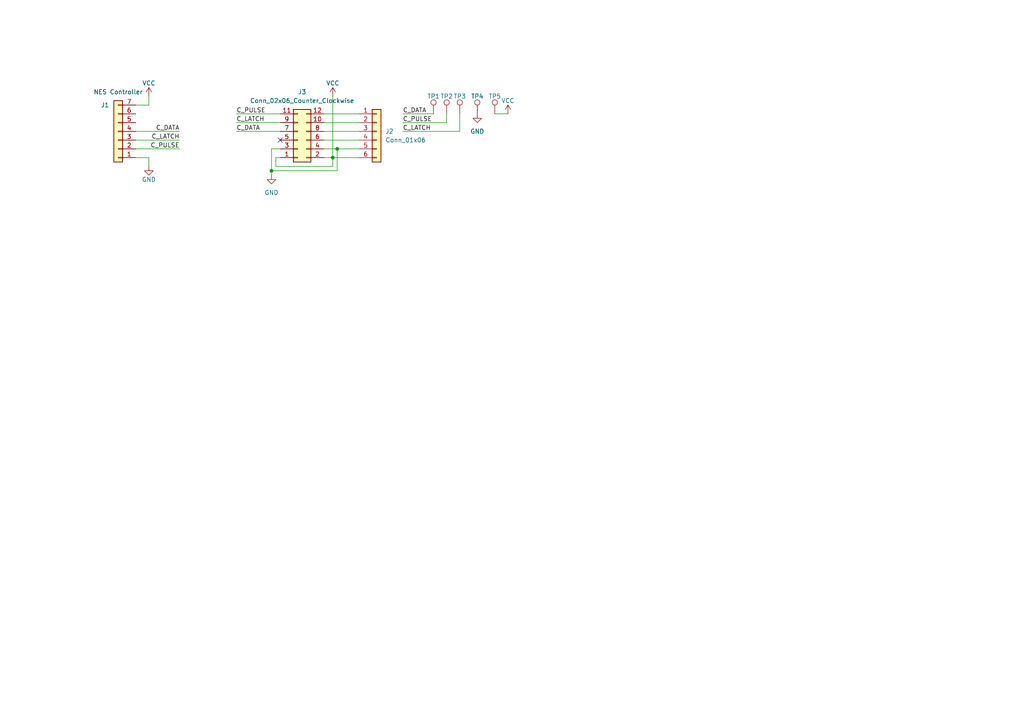
<source format=kicad_sch>
(kicad_sch (version 20211123) (generator eeschema)
  (paper "A4")
  (lib_symbols
    (symbol "Connector:TestPoint" (pin_numbers hide) (pin_names (offset 0.762) hide)
      (property "Reference" "TP" (at 0 6.858 0))
      (property "Value" "TestPoint" (at 0 5.08 0))
      (symbol "TestPoint_0_1"
        (circle (center 0 3.302) (radius 0.762))
      )
      (symbol "TestPoint_1_1"
        (pin passive line (at 0 0 90) (length 2.54) (name "1") (number "1"))
      )
    )
    (symbol "Connector_Generic:Conn_01x06" (pin_names (offset 1.016) hide)
      (property "Reference" "J" (at 0 7.62 0))
      (property "Value" "Conn_01x06" (at 0 -10.16 0))
      (symbol "Conn_01x06_1_1"
        (rectangle (start -1.27 -7.493) (end 0 -7.747) (stroke (width 0.1524)))
        (rectangle (start -1.27 -4.953) (end 0 -5.207) (stroke (width 0.1524)))
        (rectangle (start -1.27 -2.413) (end 0 -2.667) (stroke (width 0.1524)))
        (rectangle (start -1.27 0.127) (end 0 -0.127) (stroke (width 0.1524)))
        (rectangle (start -1.27 2.667) (end 0 2.413) (stroke (width 0.1524)))
        (rectangle (start -1.27 5.207) (end 0 4.953) (stroke (width 0.1524)))
        (rectangle (start -1.27 6.35) (end 1.27 -8.89) (stroke (width 0.254)) (fill (type background)))
        (pin passive line (at -5.08 5.08 0) (length 3.81) (name "Pin_1") (number "1"))
        (pin passive line (at -5.08 2.54 0) (length 3.81) (name "Pin_2") (number "2"))
        (pin passive line (at -5.08 0 0) (length 3.81) (name "Pin_3") (number "3"))
        (pin passive line (at -5.08 -2.54 0) (length 3.81) (name "Pin_4") (number "4"))
        (pin passive line (at -5.08 -5.08 0) (length 3.81) (name "Pin_5") (number "5"))
        (pin passive line (at -5.08 -7.62 0) (length 3.81) (name "Pin_6") (number "6"))
      )
    )
    (symbol "Connector_Generic:Conn_01x07" (pin_names (offset 1.016) hide)
      (property "Reference" "J" (at 0 10.16 0))
      (property "Value" "Conn_01x07" (at 0 -10.16 0))
      (symbol "Conn_01x07_1_1"
        (rectangle (start -1.27 -7.493) (end 0 -7.747) (stroke (width 0.1524)))
        (rectangle (start -1.27 -4.953) (end 0 -5.207) (stroke (width 0.1524)))
        (rectangle (start -1.27 -2.413) (end 0 -2.667) (stroke (width 0.1524)))
        (rectangle (start -1.27 0.127) (end 0 -0.127) (stroke (width 0.1524)))
        (rectangle (start -1.27 2.667) (end 0 2.413) (stroke (width 0.1524)))
        (rectangle (start -1.27 5.207) (end 0 4.953) (stroke (width 0.1524)))
        (rectangle (start -1.27 7.747) (end 0 7.493) (stroke (width 0.1524)))
        (rectangle (start -1.27 8.89) (end 1.27 -8.89) (stroke (width 0.254)) (fill (type background)))
        (pin passive line (at -5.08 7.62 0) (length 3.81) (name "Pin_1") (number "1"))
        (pin passive line (at -5.08 5.08 0) (length 3.81) (name "Pin_2") (number "2"))
        (pin passive line (at -5.08 2.54 0) (length 3.81) (name "Pin_3") (number "3"))
        (pin passive line (at -5.08 0 0) (length 3.81) (name "Pin_4") (number "4"))
        (pin passive line (at -5.08 -2.54 0) (length 3.81) (name "Pin_5") (number "5"))
        (pin passive line (at -5.08 -5.08 0) (length 3.81) (name "Pin_6") (number "6"))
        (pin passive line (at -5.08 -7.62 0) (length 3.81) (name "Pin_7") (number "7"))
      )
    )
    (symbol "Connector_Generic:Conn_02x06_Odd_Even" (pin_names (offset 1.016) hide)
      (property "Reference" "J" (at 1.27 7.62 0))
      (property "Value" "Conn_02x06_Odd_Even" (at 1.27 -10.16 0))
      (symbol "Conn_02x06_Odd_Even_1_1"
        (rectangle (start -1.27 -7.493) (end 0 -7.747) (stroke (width 0.1524)))
        (rectangle (start -1.27 -4.953) (end 0 -5.207) (stroke (width 0.1524)))
        (rectangle (start -1.27 -2.413) (end 0 -2.667) (stroke (width 0.1524)))
        (rectangle (start -1.27 0.127) (end 0 -0.127) (stroke (width 0.1524)))
        (rectangle (start -1.27 2.667) (end 0 2.413) (stroke (width 0.1524)))
        (rectangle (start -1.27 5.207) (end 0 4.953) (stroke (width 0.1524)))
        (rectangle (start -1.27 6.35) (end 3.81 -8.89) (stroke (width 0.254)) (fill (type background)))
        (rectangle (start 3.81 -7.493) (end 2.54 -7.747) (stroke (width 0.1524)))
        (rectangle (start 3.81 -4.953) (end 2.54 -5.207) (stroke (width 0.1524)))
        (rectangle (start 3.81 -2.413) (end 2.54 -2.667) (stroke (width 0.1524)))
        (rectangle (start 3.81 0.127) (end 2.54 -0.127) (stroke (width 0.1524)))
        (rectangle (start 3.81 2.667) (end 2.54 2.413) (stroke (width 0.1524)))
        (rectangle (start 3.81 5.207) (end 2.54 4.953) (stroke (width 0.1524)))
        (pin passive line (at -5.08 5.08 0) (length 3.81) (name "Pin_1") (number "1"))
        (pin passive line (at 7.62 -5.08 180) (length 3.81) (name "Pin_10") (number "10"))
        (pin passive line (at -5.08 -7.62 0) (length 3.81) (name "Pin_11") (number "11"))
        (pin passive line (at 7.62 -7.62 180) (length 3.81) (name "Pin_12") (number "12"))
        (pin passive line (at 7.62 5.08 180) (length 3.81) (name "Pin_2") (number "2"))
        (pin passive line (at -5.08 2.54 0) (length 3.81) (name "Pin_3") (number "3"))
        (pin passive line (at 7.62 2.54 180) (length 3.81) (name "Pin_4") (number "4"))
        (pin passive line (at -5.08 0 0) (length 3.81) (name "Pin_5") (number "5"))
        (pin passive line (at 7.62 0 180) (length 3.81) (name "Pin_6") (number "6"))
        (pin passive line (at -5.08 -2.54 0) (length 3.81) (name "Pin_7") (number "7"))
        (pin passive line (at 7.62 -2.54 180) (length 3.81) (name "Pin_8") (number "8"))
        (pin passive line (at -5.08 -5.08 0) (length 3.81) (name "Pin_9") (number "9"))
      )
    )
    (symbol "power:GND" (power) (pin_names (offset 0))
      (property "Value" "GND" (at 0 -3.81 0))
      (symbol "GND_0_1"
        (polyline (pts (xy 0 0) (xy 0 -1.27) (xy 1.27 -1.27) (xy 0 -2.54) (xy -1.27 -1.27) (xy 0 -1.27)))
      )
      (symbol "GND_1_1"
        (pin power_in line (at 0 0 270) (length 0) hide (name "GND") (number "1"))
      )
    )
    (symbol "power:VCC" (power) (pin_names (offset 0))
      (property "Value" "VCC" (at 0 3.81 0))
      (symbol "VCC_0_1"
        (polyline (pts (xy -0.762 1.27) (xy 0 2.54)))
        (polyline (pts (xy 0 0) (xy 0 2.54)))
        (polyline (pts (xy 0 2.54) (xy 0.762 1.27)))
      )
      (symbol "VCC_1_1"
        (pin power_in line (at 0 0 90) (length 0) hide (name "VCC") (number "1"))
      )
    )
  )
  (junction (at 96.52 45.72))
  (junction (at 97.79 43.18))
  (junction (at 78.74 49.53))
  (no_connect (at 81.28 40.64))
  (wire (pts (xy 93.98 35.56) (xy 104.14 35.56)))
  (wire (pts (xy 81.28 35.56) (xy 68.58 35.56)))
  (wire (pts (xy 78.74 43.18) (xy 81.28 43.18)))
  (wire (pts (xy 143.51 33.02) (xy 147.32 33.02)))
  (wire (pts (xy 80.01 45.72) (xy 81.28 45.72)))
  (wire (pts (xy 39.37 40.64) (xy 52.07 40.64)))
  (wire (pts (xy 97.79 43.18) (xy 104.14 43.18)))
  (wire (pts (xy 78.74 49.53) (xy 97.79 49.53)))
  (wire (pts (xy 43.18 27.94) (xy 43.18 30.48)))
  (wire (pts (xy 68.58 33.02) (xy 81.28 33.02)))
  (wire (pts (xy 43.18 30.48) (xy 39.37 30.48)))
  (wire (pts (xy 116.84 38.1) (xy 133.35 38.1)))
  (wire (pts (xy 116.84 33.02) (xy 125.73 33.02)))
  (wire (pts (xy 39.37 38.1) (xy 52.07 38.1)))
  (wire (pts (xy 133.35 38.1) (xy 133.35 33.02)))
  (wire (pts (xy 129.54 35.56) (xy 129.54 33.02)))
  (wire (pts (xy 93.98 33.02) (xy 104.14 33.02)))
  (wire (pts (xy 96.52 45.72) (xy 104.14 45.72)))
  (wire (pts (xy 81.28 38.1) (xy 68.58 38.1)))
  (wire (pts (xy 116.84 35.56) (xy 129.54 35.56)))
  (wire (pts (xy 93.98 38.1) (xy 104.14 38.1)))
  (wire (pts (xy 78.74 50.8) (xy 78.74 49.53)))
  (wire (pts (xy 80.01 48.26) (xy 96.52 48.26)))
  (wire (pts (xy 43.18 48.26) (xy 43.18 45.72)))
  (wire (pts (xy 96.52 27.94) (xy 96.52 45.72)))
  (wire (pts (xy 97.79 49.53) (xy 97.79 43.18)))
  (wire (pts (xy 97.79 43.18) (xy 93.98 43.18)))
  (wire (pts (xy 43.18 45.72) (xy 39.37 45.72)))
  (wire (pts (xy 80.01 45.72) (xy 80.01 48.26)))
  (wire (pts (xy 93.98 40.64) (xy 104.14 40.64)))
  (wire (pts (xy 96.52 45.72) (xy 93.98 45.72)))
  (wire (pts (xy 39.37 43.18) (xy 52.07 43.18)))
  (wire (pts (xy 96.52 48.26) (xy 96.52 45.72)))
  (wire (pts (xy 78.74 43.18) (xy 78.74 49.53)))
  (label "C_LATCH" (at 116.84 38.1 0))
  (label "C_DATA" (at 116.84 33.02 0))
  (label "C_LATCH" (at 52.07 40.64 180))
  (label "C_PULSE" (at 52.07 43.18 180))
  (label "C_LATCH" (at 68.58 35.56 0))
  (label "C_DATA" (at 52.07 38.1 180))
  (label "C_DATA" (at 68.58 38.1 0))
  (label "C_PULSE" (at 116.84 35.56 0))
  (label "C_PULSE" (at 68.58 33.02 0))
  (symbol (lib_id "power:GND") (at 43.18 48.26 0) (unit 1)
    (property "Reference" "#PWR05" (effects hide))
    (property "Value" "GND" (at 43.18 52.07 0))
  )
  (symbol (lib_id "Connector:TestPoint") (at 129.54 33.02 0) (unit 1)
    (property "Reference" "TP2" (at 129.54 27.94 0))
    (property "Value" "TestPoint" (effects hide))
    (property "Footprint" "TestPoint:TestPoint_Keystone_5005-5009_Compact" (effects hide))
  )
  (symbol (lib_id "Connector:TestPoint") (at 143.51 33.02 0) (unit 1)
    (property "Reference" "TP5" (at 143.51 27.94 0))
    (property "Value" "TestPoint" (effects hide))
    (property "Footprint" "TestPoint:TestPoint_Keystone_5005-5009_Compact" (effects hide))
  )
  (symbol (lib_id "Connector_Generic:Conn_01x07") (at 34.29 38.1 180) (unit 1)
    (property "Reference" "J1" (at 30.48 30.48 0))
    (property "Value" "NES Controller" (at 34.29 26.67 0))
    (property "Footprint" "NESLibrary:NES controller port" (effects hide))
  )
  (symbol (lib_id "Connector_Generic:Conn_01x06") (at 109.22 38.1 0) (unit 1)
    (property "Reference" "J2" (at 111.76 38.0999 0) (effects (justify left)))
    (property "Value" "Conn_01x06" (at 111.76 40.6399 0) (effects (justify left)))
    (property "Footprint" "Connector_PinHeader_2.54mm:PinHeader_1x06_P2.54mm_Horizontal" (effects hide))
  )
  (symbol (lib_id "power:GND") (at 138.43 33.02 0) (unit 1)
    (property "Reference" "#PWR03" (effects hide))
    (property "Value" "GND" (at 138.43 38.1 0))
  )
  (symbol (lib_id "Connector_Generic:Conn_02x06_Odd_Even") (at 86.36 40.64 0) (mirror x) (unit 1)
    (property "Reference" "J3" (at 87.63 26.67 0))
    (property "Value" "Conn_02x06_Counter_Clockwise" (at 87.63 29.21 0))
    (property "Footprint" "Connector_PinHeader_2.54mm:PinHeader_2x06_P2.54mm_Horizontal" (effects hide))
  )
  (symbol (lib_id "Connector:TestPoint") (at 125.73 33.02 0) (unit 1)
    (property "Reference" "TP1" (at 125.73 27.94 0))
    (property "Value" "TestPoint" (effects hide))
    (property "Footprint" "TestPoint:TestPoint_Keystone_5005-5009_Compact" (effects hide))
  )
  (symbol (lib_id "power:GND") (at 78.74 50.8 0) (unit 1)
    (property "Reference" "#PWR06" (effects hide))
    (property "Value" "GND" (at 78.74 55.88 0))
  )
  (symbol (lib_id "power:VCC") (at 147.32 33.02 0) (unit 1)
    (property "Reference" "#PWR04" (effects hide))
    (property "Value" "VCC" (at 147.32 29.21 0))
  )
  (symbol (lib_id "Connector:TestPoint") (at 138.43 33.02 0) (unit 1)
    (property "Reference" "TP4" (at 138.43 27.94 0))
    (property "Value" "TestPoint" (effects hide))
    (property "Footprint" "TestPoint:TestPoint_Keystone_5005-5009_Compact" (effects hide))
  )
  (symbol (lib_id "power:VCC") (at 43.18 27.94 0) (unit 1)
    (property "Reference" "#PWR01" (effects hide))
    (property "Value" "VCC" (at 43.18 24.13 0))
  )
  (symbol (lib_id "Connector:TestPoint") (at 133.35 33.02 0) (unit 1)
    (property "Reference" "TP3" (at 133.35 27.94 0))
    (property "Value" "TestPoint" (effects hide))
    (property "Footprint" "TestPoint:TestPoint_Keystone_5005-5009_Compact" (effects hide))
  )
  (symbol (lib_id "power:VCC") (at 96.52 27.94 0) (unit 1)
    (property "Reference" "#PWR02" (effects hide))
    (property "Value" "VCC" (at 96.52 24.13 0))
  )
)
</source>
